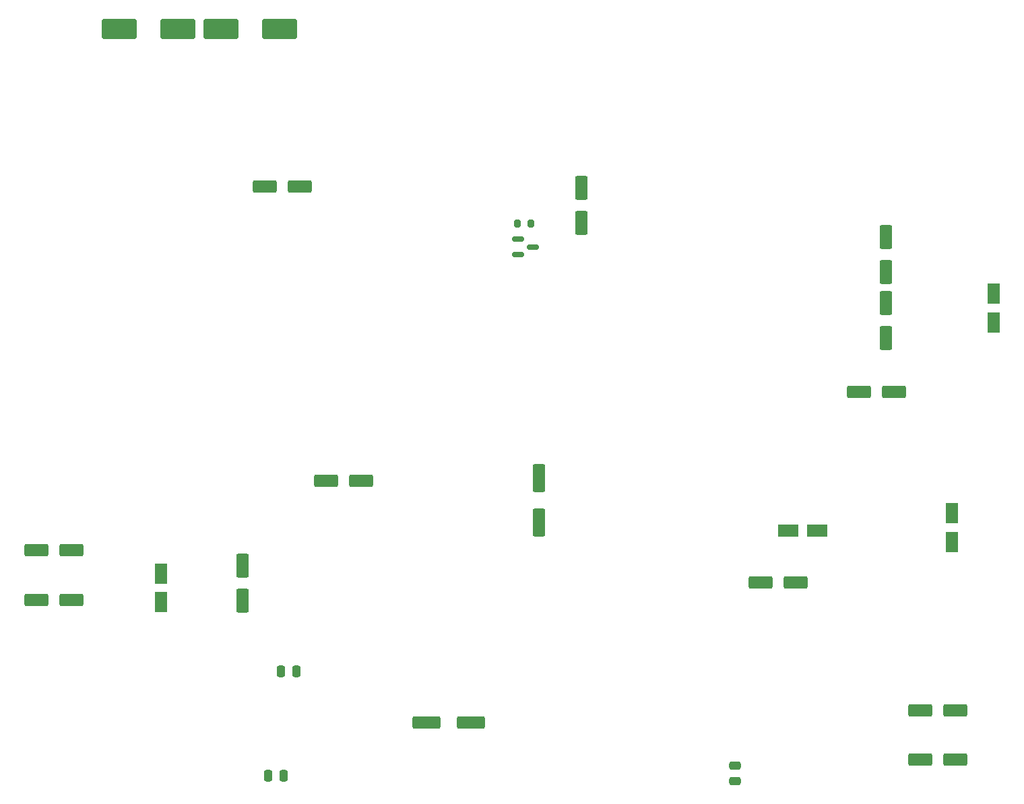
<source format=gbr>
%TF.GenerationSoftware,KiCad,Pcbnew,8.0.9-8.0.9-0~ubuntu24.04.1*%
%TF.CreationDate,2025-02-24T01:21:31+01:00*%
%TF.ProjectId,Main_PCB,4d61696e-5f50-4434-922e-6b696361645f,0.1*%
%TF.SameCoordinates,Original*%
%TF.FileFunction,Paste,Bot*%
%TF.FilePolarity,Positive*%
%FSLAX46Y46*%
G04 Gerber Fmt 4.6, Leading zero omitted, Abs format (unit mm)*
G04 Created by KiCad (PCBNEW 8.0.9-8.0.9-0~ubuntu24.04.1) date 2025-02-24 01:21:31*
%MOMM*%
%LPD*%
G01*
G04 APERTURE LIST*
G04 Aperture macros list*
%AMRoundRect*
0 Rectangle with rounded corners*
0 $1 Rounding radius*
0 $2 $3 $4 $5 $6 $7 $8 $9 X,Y pos of 4 corners*
0 Add a 4 corners polygon primitive as box body*
4,1,4,$2,$3,$4,$5,$6,$7,$8,$9,$2,$3,0*
0 Add four circle primitives for the rounded corners*
1,1,$1+$1,$2,$3*
1,1,$1+$1,$4,$5*
1,1,$1+$1,$6,$7*
1,1,$1+$1,$8,$9*
0 Add four rect primitives between the rounded corners*
20,1,$1+$1,$2,$3,$4,$5,0*
20,1,$1+$1,$4,$5,$6,$7,0*
20,1,$1+$1,$6,$7,$8,$9,0*
20,1,$1+$1,$8,$9,$2,$3,0*%
G04 Aperture macros list end*
%ADD10RoundRect,0.250000X0.550000X-1.250000X0.550000X1.250000X-0.550000X1.250000X-0.550000X-1.250000X0*%
%ADD11RoundRect,0.250000X1.250000X0.550000X-1.250000X0.550000X-1.250000X-0.550000X1.250000X-0.550000X0*%
%ADD12RoundRect,0.250000X-1.950000X-1.000000X1.950000X-1.000000X1.950000X1.000000X-1.950000X1.000000X0*%
%ADD13RoundRect,0.250000X0.550000X-1.500000X0.550000X1.500000X-0.550000X1.500000X-0.550000X-1.500000X0*%
%ADD14RoundRect,0.250000X0.550000X-1.050000X0.550000X1.050000X-0.550000X1.050000X-0.550000X-1.050000X0*%
%ADD15RoundRect,0.250000X-1.500000X-0.550000X1.500000X-0.550000X1.500000X0.550000X-1.500000X0.550000X0*%
%ADD16RoundRect,0.250000X-1.250000X-0.550000X1.250000X-0.550000X1.250000X0.550000X-1.250000X0.550000X0*%
%ADD17RoundRect,0.250000X1.950000X1.000000X-1.950000X1.000000X-1.950000X-1.000000X1.950000X-1.000000X0*%
%ADD18RoundRect,0.250000X-0.250000X-0.475000X0.250000X-0.475000X0.250000X0.475000X-0.250000X0.475000X0*%
%ADD19RoundRect,0.250000X-0.550000X1.250000X-0.550000X-1.250000X0.550000X-1.250000X0.550000X1.250000X0*%
%ADD20RoundRect,0.250000X-0.475000X0.250000X-0.475000X-0.250000X0.475000X-0.250000X0.475000X0.250000X0*%
%ADD21RoundRect,0.200000X0.200000X0.275000X-0.200000X0.275000X-0.200000X-0.275000X0.200000X-0.275000X0*%
%ADD22RoundRect,0.250000X1.050000X0.550000X-1.050000X0.550000X-1.050000X-0.550000X1.050000X-0.550000X0*%
%ADD23RoundRect,0.150000X-0.587500X-0.150000X0.587500X-0.150000X0.587500X0.150000X-0.587500X0.150000X0*%
G04 APERTURE END LIST*
D10*
%TO.C,C149*%
X116400000Y-127400000D03*
X116400000Y-123000000D03*
%TD*%
D11*
%TO.C,C201*%
X52300000Y-174800000D03*
X47900000Y-174800000D03*
%TD*%
D12*
%TO.C,C301*%
X71100000Y-103000000D03*
X78500000Y-103000000D03*
%TD*%
D13*
%TO.C,C136*%
X111100000Y-165100000D03*
X111100000Y-159500000D03*
%TD*%
D14*
%TO.C,C200*%
X63600000Y-175100000D03*
X63600000Y-171500000D03*
%TD*%
D15*
%TO.C,C303*%
X96900000Y-190200000D03*
X102500000Y-190200000D03*
%TD*%
D16*
%TO.C,C226*%
X159000000Y-194900000D03*
X163400000Y-194900000D03*
%TD*%
D11*
%TO.C,C122*%
X143300000Y-172600000D03*
X138900000Y-172600000D03*
%TD*%
D17*
%TO.C,C300*%
X65700000Y-103000000D03*
X58300000Y-103000000D03*
%TD*%
D18*
%TO.C,C216*%
X78650000Y-183800000D03*
X80550000Y-183800000D03*
%TD*%
D19*
%TO.C,C113*%
X154700000Y-129200000D03*
X154700000Y-133600000D03*
%TD*%
D18*
%TO.C,C215*%
X77050000Y-196900000D03*
X78950000Y-196900000D03*
%TD*%
D16*
%TO.C,C302*%
X76600000Y-122800000D03*
X81000000Y-122800000D03*
%TD*%
D20*
%TO.C,C220*%
X135700000Y-195650000D03*
X135700000Y-197550000D03*
%TD*%
D16*
%TO.C,C225*%
X159000000Y-188700000D03*
X163400000Y-188700000D03*
%TD*%
D14*
%TO.C,C129*%
X163000000Y-167500000D03*
X163000000Y-163900000D03*
%TD*%
D11*
%TO.C,C202*%
X52300000Y-168500000D03*
X47900000Y-168500000D03*
%TD*%
D16*
%TO.C,C159*%
X84300000Y-159800000D03*
X88700000Y-159800000D03*
%TD*%
D21*
%TO.C,R513*%
X110025000Y-127500000D03*
X108375000Y-127500000D03*
%TD*%
D19*
%TO.C,C114*%
X154700000Y-137500000D03*
X154700000Y-141900000D03*
%TD*%
D10*
%TO.C,C304*%
X73800000Y-174900000D03*
X73800000Y-170500000D03*
%TD*%
D22*
%TO.C,C117*%
X146000000Y-166100000D03*
X142400000Y-166100000D03*
%TD*%
D23*
%TO.C,D105*%
X108462500Y-131350000D03*
X108462500Y-129450000D03*
X110337500Y-130400000D03*
%TD*%
D14*
%TO.C,C102*%
X168200000Y-139900000D03*
X168200000Y-136300000D03*
%TD*%
D16*
%TO.C,C101*%
X151300000Y-148600000D03*
X155700000Y-148600000D03*
%TD*%
M02*

</source>
